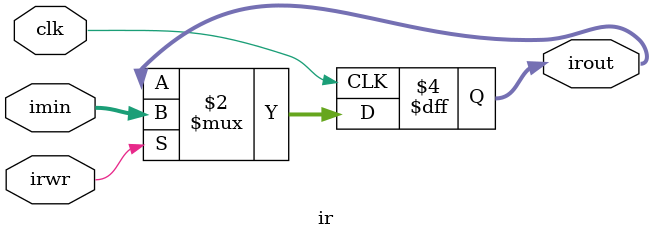
<source format=v>
module ir(clk, irwr, imin, irout);
  
  input clk, irwr;
  input [31:0]imin;
  output reg [31:0] irout;
  
  always@(posedge clk)
  begin
    if(irwr)
      begin
        irout <= imin;
      end
  end
  
endmodule


</source>
